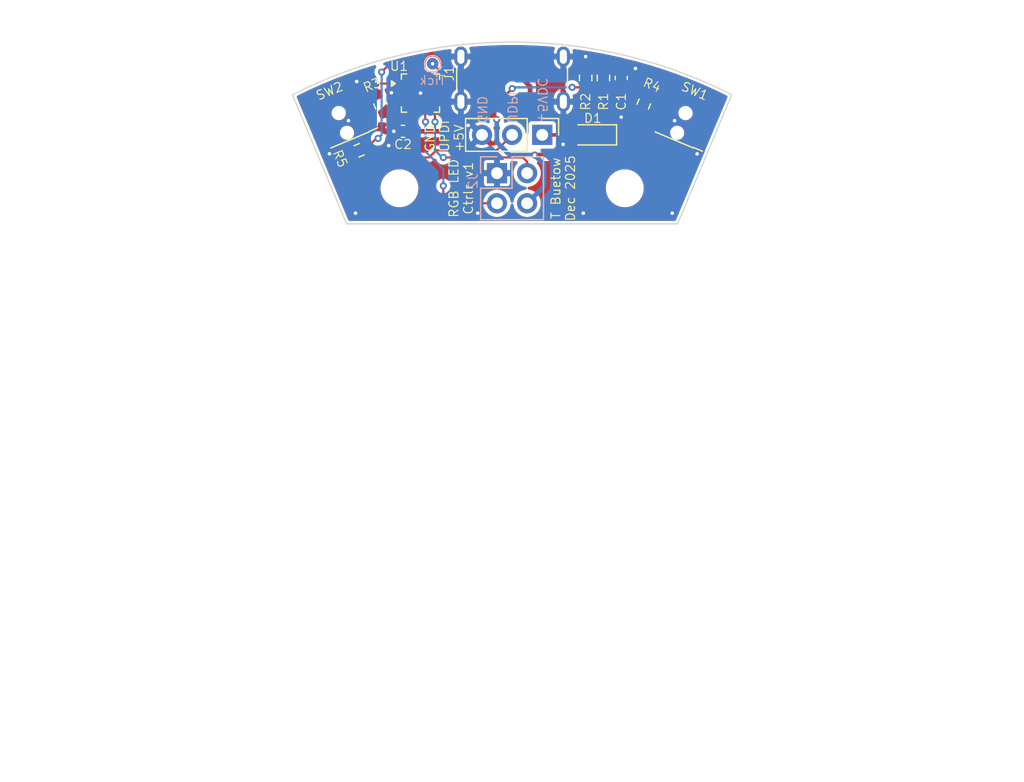
<source format=kicad_pcb>
(kicad_pcb (version 20241229) (generator "pcbnew") (generator_version "9.0")
  (layers (0 "F.Cu" signal) (2 "B.Cu" signal) (13 "F.Paste" user) (15 "B.Paste" user) (5 "F.SilkS" user "F.Silkscreen") (7 "B.SilkS" user "B.Silkscreen") (1 "F.Mask" user) (3 "B.Mask" user) (25 "Edge.Cuts" user))
  (net 0 "")
  (net 1 "GND")
  (net 2 "VBUS")
  (net 3 "Net-(J1-CC1)")
  (net 4 "Net-(J1-CC2)")
  (net 5 "Net-(D1-A)")
  (net 6 "/UPDI")
  (net 7 "/mode")
  (net 8 "/brightness")
  (net 9 "/DATA")
  (net 10 "/CLK")
  (net 11 "Net-(U1-~{RESET}{slash}PA0)")
  (net 12 "Net-(U1-PC0)")
  (footprint "Button_Switch_SMD:SW_SPST_EVQP7C" (layer "F.Cu") (at 164.26705 65.995216 157.239)
    (property "Reference" "SW1" (at -0.001977 2.923655 337.239) (layer "F.SilkS") (effects (font (size 0.762 0.762) (thickness 0.09525))))
    (property "Value" "Brightness")
    (fp_line (start -1.75 -1.549998) (end 1.75 -1.55) (stroke (width 0.12)) (layer "F.SilkS"))
    (fp_line (start -1.75 -1.549998) (end -1.75 -1.51) (stroke (width 0.12)) (layer "F.SilkS"))
    (fp_line (start -2.55 -1.51) (end -1.75 -1.51) (stroke (width 0.12)) (layer "F.SilkS"))
    (pad "" np_thru_hole circle (at 0 -0.9 157.239) (size 0.7 0.7) (drill 0.7) (layers "*.Cu" "*.Mask"))
    (pad "" np_thru_hole circle (at 0 0.9 157.239) (size 0.7 0.7) (drill 0.7) (layers "*.Cu" "*.Mask"))
    (pad "1" smd roundrect (at -1.8 -0.719999 157.239) (size 1.4 1.05) (layers "F.Cu" "F.Mask" "F.Paste") (roundrect_rratio 0.2380952381) (net 1 "GND"))
    (pad "1" smd roundrect (at 1.8 -0.72 157.239) (size 1.4 1.05) (layers "F.Cu" "F.Mask" "F.Paste") (roundrect_rratio 0.2380952381) (net 1 "GND"))
    (pad "2" smd roundrect (at -1.8 0.72 157.239) (size 1.4 1.05) (layers "F.Cu" "F.Mask" "F.Paste") (roundrect_rratio 0.2380952381) (net 8 "/brightness"))
    (pad "2" smd roundrect (at 1.8 0.719999 157.239) (size 1.4 1.05) (layers "F.Cu" "F.Mask" "F.Paste") (roundrect_rratio 0.2380952381) (net 8 "/brightness"))
  )
  (footprint "Diode_SMD:D_SOD-323_HandSoldering" (layer "F.Cu") (at 156.8 67 180)
    (property "Reference" "D1" (at 0 1.4 180) (layer "F.SilkS") (effects (font (size 0.762 0.762) (thickness 0.09525))))
    (property "Value" "B5819WS-TP")
    (fp_line (start -2.01 0.85) (end 1.25 0.85) (stroke (width 0.12)) (layer "F.SilkS"))
    (fp_line (start -2.01 -0.85) (end 1.25 -0.85) (stroke (width 0.12)) (layer "F.SilkS"))
    (fp_line (start -2.01 -0.85) (end -2.01 0.85) (stroke (width 0.12)) (layer "F.SilkS"))
    (pad "1" smd roundrect (at -1.25 0 180) (size 1 1) (layers "F.Cu" "F.Mask" "F.Paste") (net 2 "VBUS"))
    (pad "2" smd roundrect (at 1.25 0 180) (size 1 1) (layers "F.Cu" "F.Mask" "F.Paste") (net 5 "Net-(D1-A)"))
  )
  (footprint "Connector_USB:USB_C_Receptacle_GCT_USB4125-xx-x_6P_TopMnt_Horizontal" (layer "F.Cu") (at 150 61.2 180)
    (property "Reference" "J1" (at 5.3 -0.625 90) (layer "F.SilkS") (effects (font (size 0.762 0.762) (thickness 0.09525))))
    (property "Value" "USB4125-GF-A")
    (fp_line (start 4.67 -0.25) (end 4.67 -1.95) (stroke (width 0.12)) (layer "F.SilkS"))
    (fp_line (start -4.67 -0.25) (end -4.67 -1.95) (stroke (width 0.12)) (layer "F.SilkS"))
    (pad "A5" smd roundrect (at -0.5 -3.08 180) (size 0.7 1.2) (layers "F.Cu" "F.Mask" "F.Paste") (net 3 "Net-(J1-CC1)"))
    (pad "A9" smd roundrect (at 1.52 -3.08) (size 0.76 1.2) (layers "F.Cu" "F.Mask" "F.Paste") (net 2 "VBUS"))
    (pad "A12" smd roundrect (at 2.75 -3.08) (size 0.8 1.2) (layers "F.Cu" "F.Mask" "F.Paste") (net 1 "GND"))
    (pad "B5" smd roundrect (at 0.5 -3.08) (size 0.7 1.2) (layers "F.Cu" "F.Mask" "F.Paste") (net 4 "Net-(J1-CC2)"))
    (pad "B9" smd roundrect (at -1.52 -3.08 180) (size 0.76 1.2) (layers "F.Cu" "F.Mask" "F.Paste") (net 2 "VBUS"))
    (pad "B12" smd roundrect (at -2.75 -3.08 180) (size 0.8 1.2) (layers "F.Cu" "F.Mask" "F.Paste") (net 1 "GND"))
    (pad "S1" thru_hole oval (at -4.32 -3 180) (size 1.1 1.7) (drill oval 0.6 1.2) (property pad_prop_heatsink) (layers "*.Cu" "*.Mask" "F.Paste") (net 1 "GND"))
    (pad "S1" thru_hole oval (at -4.32 0.8 180) (size 1.1 1.7) (drill oval 0.6 1.2) (property pad_prop_heatsink) (layers "*.Cu" "*.Mask" "F.Paste") (net 1 "GND"))
    (pad "S1" thru_hole oval (at 4.32 -3 180) (size 1.1 1.7) (drill oval 0.6 1.2) (property pad_prop_heatsink) (layers "*.Cu" "*.Mask" "F.Paste") (net 1 "GND"))
    (pad "S1" thru_hole oval (at 4.32 0.8 180) (size 1.1 1.7) (drill oval 0.6 1.2) (property pad_prop_heatsink) (layers "*.Cu" "*.Mask" "F.Paste") (net 1 "GND"))
  )
  (footprint "Package_DFN_QFN:VQFN-20-1EP_3x3mm_P0.4mm_EP1.7x1.7mm" (layer "F.Cu") (at 142.275 63.475)
    (property "Reference" "U1" (at -1.813 -2.261 0) (layer "F.SilkS") (effects (font (size 0.762 0.762) (thickness 0.09525))))
    (property "Value" "ATtiny1616-M")
    (fp_line (start -1.61 -1.61) (end -1.16 -1.61) (stroke (width 0.12)) (layer "F.SilkS"))
    (fp_line (start -1.61 -1.16) (end -1.61 -1.61) (stroke (width 0.12)) (layer "F.SilkS"))
    (fp_line (start -1.61 1.61) (end -1.61 1.16) (stroke (width 0.12)) (layer "F.SilkS"))
    (fp_line (start -1.16 1.61) (end -1.61 1.61) (stroke (width 0.12)) (layer "F.SilkS"))
    (fp_line (start 1.16 -1.61) (end 1.61 -1.61) (stroke (width 0.12)) (layer "F.SilkS"))
    (fp_line (start 1.61 -1.61) (end 1.61 -1.16) (stroke (width 0.12)) (layer "F.SilkS"))
    (fp_line (start 1.61 1.16) (end 1.61 1.61) (stroke (width 0.12)) (layer "F.SilkS"))
    (fp_line (start 1.61 1.61) (end 1.16 1.61) (stroke (width 0.12)) (layer "F.SilkS"))
    (fp_poly (pts (xy -2.12 -0.8) (xy -2.45 -0.56) (xy -2.45 -1.04)) (stroke (width 0.12)) (fill yes) (layer "F.SilkS"))
    (pad "1" smd custom (at -1.45 -0.8) (size 0.143431 0.143431) (layers "F.Cu" "F.Mask" "F.Paste") (net 7 "/mode") (options (clearance outline) (anchor circle)) (primitives (gr_poly (pts (xy -0.35 -0.05) (xy 0.299289 -0.05) (xy 0.35 0.000711) (xy 0.35 0.05) (xy -0.35 0.05)) (width 0.1) (fill yes))))
    (pad "2" smd roundrect (at -1.45 -0.4) (size 0.8 0.2) (layers "F.Cu" "F.Mask" "F.Paste"))
    (pad "3" smd roundrect (at -1.45 0) (size 0.8 0.2) (layers "F.Cu" "F.Mask" "F.Paste") (net 1 "GND"))
    (pad "4" smd roundrect (at -1.45 0.4) (size 0.8 0.2) (layers "F.Cu" "F.Mask" "F.Paste") (net 2 "VBUS"))
    (pad "5" smd custom (at -1.45 0.8) (size 0.143431 0.143431) (layers "F.Cu" "F.Mask" "F.Paste") (options (clearance outline) (anchor circle)) (primitives (gr_poly (pts (xy -0.35 -0.05) (xy 0.35 -0.05) (xy 0.35 -0.000711) (xy 0.299289 0.05) (xy -0.35 0.05)) (width 0.1) (fill yes))))
    (pad "6" smd custom (at -0.8 1.45) (size 0.143431 0.143431) (layers "F.Cu" "F.Mask" "F.Paste") (options (clearance outline) (anchor circle)) (primitives (gr_poly (pts (xy -0.05 -0.299289) (xy 0.000711 -0.35) (xy 0.05 -0.35) (xy 0.05 0.35) (xy -0.05 0.35)) (width 0.1) (fill yes))))
    (pad "7" smd roundrect (at -0.4 1.45) (size 0.2 0.8) (layers "F.Cu" "F.Mask" "F.Paste"))
    (pad "8" smd roundrect (at 0 1.45) (size 0.2 0.8) (layers "F.Cu" "F.Mask" "F.Paste"))
    (pad "9" smd roundrect (at 0.4 1.45) (size 0.2 0.8) (layers "F.Cu" "F.Mask" "F.Paste") (net 10 "/CLK"))
    (pad "10" smd custom (at 0.8 1.45) (size 0.143431 0.143431) (layers "F.Cu" "F.Mask" "F.Paste") (net 9 "/DATA") (options (clearance outline) (anchor circle)) (primitives (gr_poly (pts (xy -0.05 -0.35) (xy -0.000711 -0.35) (xy 0.05 -0.299289) (xy 0.05 0.35) (xy -0.05 0.35)) (width 0.1) (fill yes))))
    (pad "11" smd custom (at 1.45 0.8) (size 0.143431 0.143431) (layers "F.Cu" "F.Mask" "F.Paste") (options (clearance outline) (anchor circle)) (primitives (gr_poly (pts (xy -0.35 -0.05) (xy 0.35 -0.05) (xy 0.35 0.05) (xy -0.299289 0.05) (xy -0.35 -0.000711)) (width 0.1) (fill yes))))
    (pad "12" smd roundrect (at 1.45 0.4) (size 0.8 0.2) (layers "F.Cu" "F.Mask" "F.Paste"))
    (pad "13" smd roundrect (at 1.45 0) (size 0.8 0.2) (layers "F.Cu" "F.Mask" "F.Paste"))
    (pad "14" smd roundrect (at 1.45 -0.4) (size 0.8 0.2) (layers "F.Cu" "F.Mask" "F.Paste") (net 8 "/brightness"))
    (pad "15" smd custom (at 1.45 -0.8) (size 0.143431 0.143431) (layers "F.Cu" "F.Mask" "F.Paste") (net 12 "Net-(U1-PC0)") (options (clearance outline) (anchor circle)) (primitives (gr_poly (pts (xy -0.35 0.000711) (xy -0.299289 -0.05) (xy 0.35 -0.05) (xy 0.35 0.05) (xy -0.35 0.05)) (width 0.1) (fill yes))))
    (pad "16" smd custom (at 0.8 -1.45) (size 0.143431 0.143431) (layers "F.Cu" "F.Mask" "F.Paste") (options (clearance outline) (anchor circle)) (primitives (gr_poly (pts (xy -0.05 -0.35) (xy 0.05 -0.35) (xy 0.05 0.299289) (xy -0.000711 0.35) (xy -0.05 0.35)) (width 0.1) (fill yes))))
    (pad "17" smd roundrect (at 0.4 -1.45) (size 0.2 0.8) (layers "F.Cu" "F.Mask" "F.Paste"))
    (pad "18" smd roundrect (at 0 -1.45) (size 0.2 0.8) (layers "F.Cu" "F.Mask" "F.Paste"))
    (pad "19" smd roundrect (at -0.4 -1.45) (size 0.2 0.8) (layers "F.Cu" "F.Mask" "F.Paste") (net 11 "Net-(U1-~{RESET}{slash}PA0)"))
    (pad "20" smd custom (at -0.8 -1.45) (size 0.143431 0.143431) (layers "F.Cu" "F.Mask" "F.Paste") (options (clearance outline) (anchor circle)) (primitives (gr_poly (pts (xy -0.05 -0.35) (xy 0.05 -0.35) (xy 0.05 0.35) (xy 0.000711 0.35) (xy -0.05 0.299289)) (width 0.1) (fill yes))))
    (pad "21" smd rect (at 0 0) (size 1.7 1.7) (property pad_prop_heatsink) (layers "F.Cu" "F.Mask") (net 1 "GND"))
  )
  (footprint "MountingHole:MountingHole_2.7mm_M2.5" (layer "F.Cu") (at 140.5 71.5)
    (property "Reference" "REF**" (hide yes))
    (property "Value" "MountingHole_2.7mm_M2.5")
    (pad "" np_thru_hole circle (at 0 0) (size 2.7 2.7) (drill 2.7) (layers "*.Cu" "*.Mask"))
  )
  (footprint "MountingHole:MountingHole_2.7mm_M2.5" (layer "F.Cu") (at 159.5 71.5)
    (property "Reference" "REF**" (hide yes))
    (property "Value" "MountingHole_2.7mm_M2.5")
    (pad "" np_thru_hole circle (at 0 0) (size 2.7 2.7) (drill 2.7) (layers "*.Cu" "*.Mask"))
  )
  (footprint "Resistor_SMD:R_0603_1608Metric" (layer "F.Cu") (at 157.7 62.2 90)
    (property "Reference" "R1" (at -2 0 90) (layer "F.SilkS") (effects (font (size 0.762 0.762) (thickness 0.09525))))
    (property "Value" "5.1k")
    (fp_line (start -0.237258 -0.5225) (end 0.237258 -0.5225) (stroke (width 0.12)) (layer "F.SilkS"))
    (fp_line (start -0.237258 0.5225) (end 0.237258 0.5225) (stroke (width 0.12)) (layer "F.SilkS"))
    (pad "1" smd roundrect (at -0.825 0 90) (size 0.8 0.95) (layers "F.Cu" "F.Mask" "F.Paste") (net 3 "Net-(J1-CC1)"))
    (pad "2" smd roundrect (at 0.825 0 90) (size 0.8 0.95) (layers "F.Cu" "F.Mask" "F.Paste") (net 1 "GND"))
  )
  (footprint "Button_Switch_SMD:SW_SPST_EVQP7C" (layer "F.Cu") (at 135.73295 65.995216 -157.239)
    (property "Reference" "SW2" (at 0.001977 2.923655 202.761) (layer "F.SilkS") (effects (font (size 0.762 0.762) (thickness 0.09525))))
    (property "Value" "Mode")
    (fp_line (start -1.75 -1.55) (end 1.75 -1.55) (stroke (width 0.12)) (layer "F.SilkS"))
    (fp_line (start -1.75 -1.55) (end -1.75 -1.51) (stroke (width 0.12)) (layer "F.SilkS"))
    (fp_line (start -2.55 -1.51) (end -1.75 -1.51) (stroke (width 0.12)) (layer "F.SilkS"))
    (pad "" np_thru_hole circle (at 0 -0.9 202.761) (size 0.7 0.7) (drill 0.7) (layers "*.Cu" "*.Mask"))
    (pad "" np_thru_hole circle (at 0 0.9 202.761) (size 0.7 0.7) (drill 0.7) (layers "*.Cu" "*.Mask"))
    (pad "1" smd roundrect (at -1.8 -0.72 202.761) (size 1.4 1.05) (layers "F.Cu" "F.Mask" "F.Paste") (roundrect_rratio 0.2380952381) (net 1 "GND"))
    (pad "1" smd roundrect (at 1.8 -0.72 202.761) (size 1.4 1.05) (layers "F.Cu" "F.Mask" "F.Paste") (roundrect_rratio 0.2380952381) (net 1 "GND"))
    (pad "2" smd roundrect (at -1.8 0.72 202.761) (size 1.4 1.05) (layers "F.Cu" "F.Mask" "F.Paste") (roundrect_rratio 0.2380952381) (net 7 "/mode"))
    (pad "2" smd roundrect (at 1.8 0.72 202.761) (size 1.4 1.05) (layers "F.Cu" "F.Mask" "F.Paste") (roundrect_rratio 0.2380952381) (net 7 "/mode"))
  )
  (footprint "Resistor_SMD:R_0603_1608Metric" (layer "F.Cu") (at 137.1 68.3 -157.239)
    (property "Reference" "R5" (at 1.746224 -0.026468 292.761) (layer "F.SilkS") (effects (font (size 0.762 0.762) (thickness 0.09525))))
    (property "Value" "1k")
    (fp_line (start -0.237258 0.5225) (end 0.237258 0.5225) (stroke (width 0.12)) (layer "F.SilkS"))
    (fp_line (start -0.237258 -0.5225) (end 0.237258 -0.5225) (stroke (width 0.12)) (layer "F.SilkS"))
    (pad "1" smd roundrect (at -0.825001 0 202.761) (size 0.8 0.95) (layers "F.Cu" "F.Mask" "F.Paste") (net 11 "Net-(U1-~{RESET}{slash}PA0)"))
    (pad "2" smd roundrect (at 0.825001 0 202.761) (size 0.8 0.95) (layers "F.Cu" "F.Mask" "F.Paste") (net 6 "/UPDI"))
  )
  (footprint "Resistor_SMD:R_0603_1608Metric" (layer "F.Cu") (at 138.9 64.4 112.761)
    (property "Reference" "R3" (at 1.746224 -0.026468 202.761) (layer "F.SilkS") (effects (font (size 0.762 0.762) (thickness 0.09525))))
    (property "Value" "10k")
    (fp_line (start -0.237258 -0.5225) (end 0.237258 -0.5225) (stroke (width 0.12)) (layer "F.SilkS"))
    (fp_line (start -0.237258 0.5225) (end 0.237258 0.5225) (stroke (width 0.12)) (layer "F.SilkS"))
    (pad "1" smd roundrect (at -0.825001 0 112.761) (size 0.8 0.95) (layers "F.Cu" "F.Mask" "F.Paste") (net 2 "VBUS"))
    (pad "2" smd roundrect (at 0.825001 0 112.761) (size 0.8 0.95) (layers "F.Cu" "F.Mask" "F.Paste") (net 7 "/mode"))
  )
  (footprint "Resistor_SMD:R_0603_1608Metric" (layer "F.Cu") (at 161.1 64.4 67.239)
    (property "Reference" "R4" (at 1.746224 0.026468 157.239) (layer "F.SilkS") (effects (font (size 0.762 0.762) (thickness 0.09525))))
    (property "Value" "10k")
    (fp_line (start -0.237258 -0.5225) (end 0.237258 -0.5225) (stroke (width 0.12)) (layer "F.SilkS"))
    (fp_line (start -0.237258 0.5225) (end 0.237258 0.5225) (stroke (width 0.12)) (layer "F.SilkS"))
    (pad "1" smd roundrect (at -0.825001 0 67.239) (size 0.8 0.95) (layers "F.Cu" "F.Mask" "F.Paste") (net 2 "VBUS"))
    (pad "2" smd roundrect (at 0.825001 0 67.239) (size 0.8 0.95) (layers "F.Cu" "F.Mask" "F.Paste") (net 8 "/brightness"))
  )
  (footprint "Resistor_SMD:R_0603_1608Metric" (layer "F.Cu") (at 156.2 62.2 90)
    (property "Reference" "R2" (at -2 0 90) (layer "F.SilkS") (effects (font (size 0.762 0.762) (thickness 0.09525))))
    (property "Value" "5.1k")
    (fp_line (start -0.237258 -0.5225) (end 0.237258 -0.5225) (stroke (width 0.12)) (layer "F.SilkS"))
    (fp_line (start -0.237258 0.5225) (end 0.237258 0.5225) (stroke (width 0.12)) (layer "F.SilkS"))
    (pad "1" smd roundrect (at -0.825 0 90) (size 0.8 0.95) (layers "F.Cu" "F.Mask" "F.Paste") (net 4 "Net-(J1-CC2)"))
    (pad "2" smd roundrect (at 0.825 0 90) (size 0.8 0.95) (layers "F.Cu" "F.Mask" "F.Paste") (net 1 "GND"))
  )
  (footprint "Connector_PinHeader_2.54mm:PinHeader_1x03_P2.54mm_Vertical" (layer "F.Cu") (at 152.54 67 -90)
    (property "Reference" "J3" (hide yes))
    (property "Value" "Conn_01x03_Pin")
    (fp_line (start -1.38 6.46) (end 1.38 6.46) (stroke (width 0.12)) (layer "F.SilkS"))
    (fp_line (start -1.38 1.27) (end -1.38 6.46) (stroke (width 0.12)) (layer "F.SilkS"))
    (fp_line (start -1.38 1.27) (end 1.38 1.27) (stroke (width 0.12)) (layer "F.SilkS"))
    (fp_line (start 1.38 1.27) (end 1.38 6.46) (stroke (width 0.12)) (layer "F.SilkS"))
    (fp_line (start -1.38 0) (end -1.38 -1.38) (stroke (width 0.12)) (layer "F.SilkS"))
    (fp_line (start -1.38 -1.38) (end 0 -1.38) (stroke (width 0.12)) (layer "F.SilkS"))
    (pad "1" thru_hole rect (at 0 0 270) (size 1.7 1.7) (drill 1) (layers "*.Cu" "*.Mask") (net 5 "Net-(D1-A)"))
    (pad "2" thru_hole circle (at 0 2.54 270) (size 1.7 1.7) (drill 1) (layers "*.Cu" "*.Mask") (net 6 "/UPDI"))
    (pad "3" thru_hole circle (at 0 5.08 270) (size 1.7 1.7) (drill 1) (layers "*.Cu" "*.Mask") (net 1 "GND"))
  )
  (footprint "Capacitor_SMD:C_0603_1608Metric" (layer "F.Cu") (at 140.8 66.7 180)
    (property "Reference" "C2" (at 0 -1.1 0) (layer "F.SilkS") (effects (font (size 0.762 0.762) (thickness 0.09525))))
    (property "Value" ".1u")
    (fp_line (start -0.14058 0.51) (end 0.14058 0.51) (stroke (width 0.12)) (layer "F.SilkS"))
    (fp_line (start -0.14058 -0.51) (end 0.14058 -0.51) (stroke (width 0.12)) (layer "F.SilkS"))
    (pad "1" smd roundrect (at -0.775 0 180) (size 0.9 0.95) (layers "F.Cu" "F.Mask" "F.Paste") (net 2 "VBUS"))
    (pad "2" smd roundrect (at 0.775 0 180) (size 0.9 0.95) (layers "F.Cu" "F.Mask" "F.Paste") (net 1 "GND"))
  )
  (footprint "Capacitor_SMD:C_0603_1608Metric" (layer "F.Cu") (at 159.2 62.2 90)
    (property "Reference" "C1" (at -2 0 90) (layer "F.SilkS") (effects (font (size 0.762 0.762) (thickness 0.09525))))
    (property "Value" "1u")
    (fp_line (start -0.14058 -0.51) (end 0.14058 -0.51) (stroke (width 0.12)) (layer "F.SilkS"))
    (fp_line (start -0.14058 0.51) (end 0.14058 0.51) (stroke (width 0.12)) (layer "F.SilkS"))
    (pad "1" smd roundrect (at -0.775 0 90) (size 0.9 0.95) (layers "F.Cu" "F.Mask" "F.Paste") (net 2 "VBUS"))
    (pad "2" smd roundrect (at 0.775 0 90) (size 0.9 0.95) (layers "F.Cu" "F.Mask" "F.Paste") (net 1 "GND"))
  )
  (footprint "Connector_PinHeader_2.54mm:PinHeader_2x02_P2.54mm_Vertical" (layer "B.Cu") (at 148.725 70.225 -90)
    (property "Reference" "J2" (at 0.675 2.025 90) (layer "B.SilkS") (effects (font (size 0.762 0.762) (thickness 0.09525)) (justify mirror)))
    (property "Value" "PRPC040DAAN-RC")
    (fp_line (start -1.38 1.38) (end 0 1.38) (stroke (width 0.12)) (layer "B.SilkS"))
    (fp_line (start 1.27 1.38) (end 3.92 1.38) (stroke (width 0.12)) (layer "B.SilkS"))
    (fp_line (start 3.92 1.38) (end 3.92 -3.92) (stroke (width 0.12)) (layer "B.SilkS"))
    (fp_line (start -1.38 0) (end -1.38 1.38) (stroke (width 0.12)) (layer "B.SilkS"))
    (fp_line (start -1.38 -1.27) (end 1.27 -1.27) (stroke (width 0.12)) (layer "B.SilkS"))
    (fp_line (start -1.38 -1.27) (end -1.38 -3.92) (stroke (width 0.12)) (layer "B.SilkS"))
    (fp_line (start 1.27 -1.27) (end 1.27 1.38) (stroke (width 0.12)) (layer "B.SilkS"))
    (fp_line (start -1.38 -3.92) (end 3.92 -3.92) (stroke (width 0.12)) (layer "B.SilkS"))
    (pad "1" thru_hole rect (at 0 0 270) (size 1.7 1.7) (drill 1) (layers "*.Cu" "*.Mask") (net 1 "GND"))
    (pad "2" thru_hole circle (at 2.54 0 270) (size 1.7 1.7) (drill 1) (layers "*.Cu" "*.Mask") (net 10 "/CLK"))
    (pad "3" thru_hole circle (at 0 -2.54 270) (size 1.7 1.7) (drill 1) (layers "*.Cu" "*.Mask") (net 9 "/DATA"))
    (pad "4" thru_hole circle (at 2.54 -2.54 270) (size 1.7 1.7) (drill 1) (layers "*.Cu" "*.Mask") (net 2 "VBUS"))
  )
  (footprint "TestPoint:TestPoint_Pad_D1.0mm" (layer "B.Cu") (at 143.3 61)
    (property "Reference" "TP1" (hide yes))
    (property "Value" "Tick")
    (fp_circle (center 0 0) (end 0 -0.7) (stroke (width 0.12)) (fill no) (layer "B.SilkS"))
    (pad "1" smd circle (at 0 0) (size 1 1) (layers "B.Cu" "B.Mask") (net 12 "Net-(U1-PC0)"))
  )
  (gr_line (start 136.04787 74.500002) (end 163.952131 74.5) (stroke (width 0.1)) (layer "Edge.Cuts"))
  (gr_line (start 163.95213 74.5) (end 168.518935 63.615255) (stroke (width 0.1)) (layer "Edge.Cuts"))
  (gr_arc (start 131.481065 63.615255) (mid 150 59.17353) (end 168.518935 63.615255) (stroke (width 0.1)) (layer "Edge.Cuts"))
  (gr_line (start 131.481065 63.615255) (end 136.04787 74.5) (stroke (width 0.1)) (layer "Edge.Cuts"))
  (gr_text "GND\nUPDI\n+5V" (at 144.3 68.5 90) (layer "F.SilkS") (effects (font (size 0.762 0.762) (thickness 0.09525)) (justify left)))
  (gr_text "RGB LED\nCtrlr v1" (at 145.7 71.5 90) (layer "F.SilkS") (effects (font (size 0.762 0.762) (thickness 0.09525))))
  (gr_text "T Buetow\nDec 2025" (at 154.3 71.5 90) (layer "F.SilkS") (effects (font (size 0.762 0.762) (thickness 0.09525))))
  (gr_text "+5VDC" (at 152.54 66.1 270) (layer "B.SilkS") (effects (font (size 0.762 0.762) (thickness 0.09525)) (justify left mirror)))
  (gr_text "UDPI" (at 150 66.1 270) (layer "B.SilkS") (effects (font (size 0.762 0.762) (thickness 0.09525)) (justify left mirror)))
  (gr_text "GND" (at 147.46 66.1 270) (layer "B.SilkS") (effects (font (size 0.762 0.762) (thickness 0.09525)) (justify left mirror)))
  (gr_text "Tick" (at 143.3 62.4 0) (layer "B.SilkS") (effects (font (size 0.762 0.762) (thickness 0.09525)) (justify mirror)))
  (segment (start 139.825 63.475) (end 140.825 63.475) (width 0.18) (layer "F.Cu") (net 1))
  (segment (start 139.821176 63.471176) (end 139.825 63.475) (width 0.18) (layer "F.Cu") (net 1))
  (segment (start 139.821176 63.44696) (end 139.821176 63.471176) (width 0.18) (layer "F.Cu") (net 1))
  (segment (start 140.825 63.475) (end 142.275 63.475) (width 0.18) (layer "F.Cu") (net 1))
  (via (at 160.4 61.4) (size 0.6) (drill 0.3) (layers "F.Cu" "B.Cu") (net 1))
  (via (at 140.025 66.7) (size 0.6) (drill 0.3) (layers "F.Cu" "B.Cu") (net 1))
  (via (at 165.6 68.6) (size 0.6) (drill 0.3) (layers "F.Cu" "B.Cu") (net 1))
  (via (at 156.2 60.4) (size 0.6) (drill 0.3) (layers "F.Cu" "B.Cu") (net 1))
  (via (at 147.1 73.6) (size 0.6) (drill 0.3) (layers "F.Cu" "B.Cu") (net 1))
  (via (at 134.6 68.6) (size 0.6) (drill 0.3) (layers "F.Cu" "B.Cu") (net 1))
  (via (at 163.7 65.8) (size 0.6) (drill 0.3) (layers "F.Cu" "B.Cu") (net 1))
  (via (at 159.2 65.5) (size 0.6) (drill 0.3) (layers "F.Cu" "B.Cu") (net 1))
  (via (at 136.9 62.5) (size 0.6) (drill 0.3) (layers "F.Cu" "B.Cu") (net 1))
  (via (at 163.5 73.6) (size 0.6) (drill 0.3) (layers "F.Cu" "B.Cu") (net 1))
  (via (at 142.275 63.475) (size 0.6) (drill 0.3) (layers "F.Cu" "B.Cu") (net 1))
  (via (at 136.2 65.8) (size 0.6) (drill 0.3) (layers "F.Cu" "B.Cu") (net 1))
  (via (at 136.8 73.6) (size 0.6) (drill 0.3) (layers "F.Cu" "B.Cu") (net 1))
  (via (at 146.3 66.2) (size 0.6) (drill 0.3) (layers "F.Cu" "B.Cu") (net 1))
  (via (at 139.6 67.9) (size 0.6) (drill 0.3) (layers "F.Cu" "B.Cu") (net 1))
  (via (at 154.3 67.8) (size 0.6) (drill 0.3) (layers "F.Cu" "B.Cu") (net 1))
  (via (at 139.821176 63.44696) (size 0.6) (drill 0.3) (layers "F.Cu" "B.Cu") (net 1))
  (via (at 156 73.6) (size 0.6) (drill 0.3) (layers "F.Cu" "B.Cu") (net 1))
  (segment (start 148.114 65.5) (end 148.48 65.134) (width 0.4) (layer "F.Cu") (net 2))
  (segment (start 149.255 62.2) (end 148.48 62.975) (width 0.4) (layer "F.Cu") (net 2))
  (segment (start 151.52 64.28) (end 151.52 62.92) (width 0.4) (layer "F.Cu") (net 2))
  (segment (start 158.05 67) (end 158.941572 67) (width 0.3) (layer "F.Cu") (net 2))
  (segment (start 150.8 62.2) (end 149.255 62.2) (width 0.4) (layer "F.Cu") (net 2))
  (segment (start 140.044801 64.091) (end 139.909 64.091) (width 0.3) (layer "F.Cu") (net 2))
  (segment (start 159.2 62.975) (end 159.2 63.579938) (width 0.3) (layer "F.Cu") (net 2))
  (segment (start 144.4 66.7) (end 145.6 65.5) (width 0.4) (layer "F.Cu") (net 2))
  (segment (start 141.575 66.7) (end 144.4 66.7) (width 0.4) (layer "F.Cu") (net 2))
  (segment (start 139.219183 64.780817) (end 139.219183 65.160755) (width 0.18) (layer "F.Cu") (net 2))
  (segment (start 156.35 68.7) (end 151.9 68.7) (width 0.4) (layer "F.Cu") (net 2))
  (segment (start 159.2 63.579938) (end 160.780817 65.160755) (width 0.3) (layer "F.Cu") (net 2))
  (segment (start 148.48 65.134) (end 148.48 65.48) (width 0.4) (layer "F.Cu") (net 2))
  (segment (start 139.717428 65.659) (end 139.219183 65.160755) (width 0.4) (layer "F.Cu") (net 2))
  (segment (start 148.48 62.975) (end 148.48 64.28) (width 0.4) (layer "F.Cu") (net 2))
  (segment (start 148.48 65.48) (end 148.7 65.7) (width 0.4) (layer "F.Cu") (net 2))
  (segment (start 148.48 65.134) (end 148.48 64.28) (width 0.4) (layer "F.Cu") (net 2))
  (segment (start 139.909 64.091) (end 139.219183 64.780817) (width 0.3) (layer "F.Cu") (net 2))
  (segment (start 140.534 65.659) (end 139.717428 65.659) (width 0.4) (layer "F.Cu") (net 2))
  (segment (start 151.52 62.92) (end 150.8 62.2) (width 0.4) (layer "F.Cu") (net 2))
  (segment (start 140.260801 63.875) (end 140.044801 64.091) (width 0.18) (layer "F.Cu") (net 2))
  (segment (start 140.825 63.875) (end 140.260801 63.875) (width 0.18) (layer "F.Cu") (net 2))
  (segment (start 158.05 67) (end 156.35 68.7) (width 0.4) (layer "F.Cu") (net 2))
  (segment (start 141.575 66.7) (end 140.534 65.659) (width 0.4) (layer "F.Cu") (net 2))
  (segment (start 158.941572 67) (end 160.780817 65.160755) (width 0.3) (layer "F.Cu") (net 2))
  (segment (start 145.6 65.5) (end 148.114 65.5) (width 0.4) (layer "F.Cu") (net 2))
  (via (at 148.7 65.7) (size 0.6) (drill 0.3) (layers "F.Cu" "B.Cu") (net 2))
  (via (at 151.9 68.7) (size 0.6) (drill 0.3) (layers "F.Cu" "B.Cu") (net 2))
  (segment (start 149.8 68.7) (end 151.9 68.7) (width 0.4) (layer "B.Cu") (net 2))
  (segment (start 148.711 65.711) (end 148.711 67.611) (width 0.4) (layer "B.Cu") (net 2))
  (segment (start 152.201 69.001) (end 152.7 69.5) (width 0.4) (layer "B.Cu") (net 2))
  (segment (start 148.7 65.7) (end 148.711 65.711) (width 0.4) (layer "B.Cu") (net 2))
  (segment (start 148.711 67.611) (end 149.8 68.7) (width 0.4) (layer "B.Cu") (net 2))
  (segment (start 152.7 71.33) (end 151.265 72.765) (width 0.4) (layer "B.Cu") (net 2))
  (segment (start 151.9 68.7) (end 152.201 69.001) (width 0.4) (layer "B.Cu") (net 2))
  (segment (start 152.7 69.5) (end 152.7 71.33) (width 0.4) (layer "B.Cu") (net 2))
  (segment (start 150.5 64.88) (end 150.9726 65.3526) (width 0.2) (layer "F.Cu") (net 3))
  (segment (start 157.7 63.915) (end 157.7 63.025) (width 0.2) (layer "F.Cu") (net 3))
  (segment (start 156.2624 65.3526) (end 157.7 63.915) (width 0.2) (layer "F.Cu") (net 3))
  (segment (start 150.9726 65.3526) (end 156.2624 65.3526) (width 0.2) (layer "F.Cu") (net 3))
  (segment (start 150.5 64.28) (end 150.5 64.88) (width 0.2) (layer "F.Cu") (net 3))
  (segment (start 149.5 63.606) (end 149.5 64.28) (width 0.2) (layer "F.Cu") (net 4))
  (segment (start 155.067 62.992) (end 156.167 62.992) (width 0.2) (layer "F.Cu") (net 4))
  (segment (start 150.01 63.096) (end 149.5 63.606) (width 0.2) (layer "F.Cu") (net 4))
  (segment (start 156.167 62.992) (end 156.2 63.025) (width 0.2) (layer "F.Cu") (net 4))
  (via (at 155.067 62.992) (size 0.6) (drill 0.3) (layers "F.Cu" "B.Cu") (net 4))
  (via (at 150.01 63.096) (size 0.6) (drill 0.3) (layers "F.Cu" "B.Cu") (net 4))
  (segment (start 150.01 63.096) (end 150.114 62.992) (width 0.2) (layer "B.Cu") (net 4))
  (segment (start 150.114 62.992) (end 155.067 62.992) (width 0.2) (layer "B.Cu") (net 4))
  (segment (start 152.54 67) (end 155.55 67) (width 0.3048) (layer "F.Cu") (net 5))
  (segment (start 143.6 68.3) (end 143 68.9) (width 0.18) (layer "F.Cu") (net 6))
  (segment (start 148.7 68.3) (end 143.6 68.3) (width 0.18) (layer "F.Cu") (net 6))
  (segment (start 150 67) (end 148.7 68.3) (width 0.18) (layer "F.Cu") (net 6))
  (segment (start 137.220062 68.9) (end 136.939245 68.619183) (width 0.18) (layer "F.Cu") (net 6))
  (segment (start 143 68.9) (end 137.220062 68.9) (width 0.18) (layer "F.Cu") (net 6))
  (segment (start 136.939245 68.619183) (end 136.339245 68.619183) (width 0.18) (layer "F.Cu") (net 6))
  (segment (start 137.760755 63.639245) (end 138.580817 63.639245) (width 0.18) (layer "F.Cu") (net 7))
  (segment (start 138.580817 62.919183) (end 138.825 62.675) (width 0.18) (layer "F.Cu") (net 7))
  (segment (start 135.160755 63.639245) (end 138.580817 63.639245) (width 0.18) (layer "F.Cu") (net 7))
  (segment (start 137.6 64.149105) (end 137.6 63.8) (width 0.18) (layer "F.Cu") (net 7))
  (segment (start 133.794563 66.027683) (end 133.794563 65.005437) (width 0.18) (layer "F.Cu") (net 7))
  (segment (start 138.580817 63.639245) (end 138.580817 62.919183) (width 0.18) (layer "F.Cu") (net 7))
  (segment (start 137.114219 64.634886) (end 137.6 64.149105) (width 0.18) (layer "F.Cu") (net 7))
  (segment (start 133.794563 65.005437) (end 135.160755 63.639245) (width 0.18) (layer "F.Cu") (net 7))
  (segment (start 137.6 63.8) (end 137.760755 63.639245) (width 0.18) (layer "F.Cu") (net 7))
  (segment (start 138.825 62.675) (end 140.825 62.675) (width 0.18) (layer "F.Cu") (net 7))
  (segment (start 166.205438 65.705438) (end 164.9 64.4) (width 0.18) (layer "F.Cu") (net 8))
  (segment (start 151.8 61.7) (end 148.5 61.7) (width 0.18) (layer "F.Cu") (net 8))
  (segment (start 161.419183 63.639245) (end 159.945938 62.166) (width 0.18) (layer "F.Cu") (net 8))
  (segment (start 144.820323 63.075) (end 143.725 63.075) (width 0.18) (layer "F.Cu") (net 8))
  (segment (start 152.266 62.166) (end 151.8 61.7) (width 0.18) (layer "F.Cu") (net 8))
  (segment (start 161.890139 63.639245) (end 161.419183 63.639245) (width 0.18) (layer "F.Cu") (net 8))
  (segment (start 162.885781 64.634887) (end 161.890139 63.639245) (width 0.18) (layer "F.Cu") (net 8))
  (segment (start 163.120668 64.4) (end 162.885781 64.634887) (width 0.18) (layer "F.Cu") (net 8))
  (segment (start 147.8 62.4) (end 145.495323 62.4) (width 0.18) (layer "F.Cu") (net 8))
  (segment (start 159.945938 62.166) (end 152.266 62.166) (width 0.18) (layer "F.Cu") (net 8))
  (segment (start 148.5 61.7) (end 147.8 62.4) (width 0.18) (layer "F.Cu") (net 8))
  (segment (start 164.9 64.4) (end 163.120668 64.4) (width 0.18) (layer "F.Cu") (net 8))
  (segment (start 166.205438 66.027683) (end 166.205438 65.705438) (width 0.18) (layer "F.Cu") (net 8))
  (segment (start 145.495323 62.4) (end 144.820323 63.075) (width 0.18) (layer "F.Cu") (net 8))
  (segment (start 151.265 69.265) (end 151.265 70.225) (width 0.18) (layer "F.Cu") (net 9))
  (segment (start 150.9 68.9) (end 151.265 69.265) (width 0.18) (layer "F.Cu") (net 9))
  (segment (start 143.075 64.925) (end 143.5 65.35) (width 0.18) (layer "F.Cu") (net 9))
  (segment (start 144.2 68.9) (end 150.9 68.9) (width 0.18) (layer "F.Cu") (net 9))
  (segment (start 143.5 65.35) (end 143.5 65.9) (width 0.18) (layer "F.Cu") (net 9))
  (via (at 144.2 68.9) (size 0.6) (drill 0.3) (layers "F.Cu" "B.Cu") (net 9))
  (via (at 143.5 65.9) (size 0.6) (drill 0.3) (layers "F.Cu" "B.Cu") (net 9))
  (segment (start 144.1 68.9) (end 143.5 68.3) (width 0.18) (layer "B.Cu") (net 9))
  (segment (start 143.5 68.3) (end 143.5 65.9) (width 0.18) (layer "B.Cu") (net 9))
  (segment (start 144.2 68.9) (end 144.1 68.9) (width 0.18) (layer "B.Cu") (net 9))
  (segment (start 142.675 64.925) (end 142.675 65.875) (width 0.18) (layer "F.Cu") (net 10))
  (segment (start 144.865 72.765) (end 148.725 72.765) (width 0.18) (layer "F.Cu") (net 10))
  (segment (start 144.2 71.3) (end 144.2 72.1) (width 0.18) (layer "F.Cu") (net 10))
  (segment (start 142.675 65.875) (end 142.7 65.9) (width 0.18) (layer "F.Cu") (net 10))
  (segment (start 144.2 72.1) (end 144.865 72.765) (width 0.18) (layer "F.Cu") (net 10))
  (via (at 144.2 71.3) (size 0.6) (drill 0.3) (layers "F.Cu" "B.Cu") (net 10))
  (via (at 142.7 65.9) (size 0.6) (drill 0.3) (layers "F.Cu" "B.Cu") (net 10))
  (segment (start 142.7 68.4) (end 143.6 69.3) (width 0.18) (layer "B.Cu") (net 10))
  (segment (start 142.7 65.9) (end 142.7 68.4) (width 0.18) (layer "B.Cu") (net 10))
  (segment (start 143.6 69.3) (end 144.2 69.9) (width 0.18) (layer "B.Cu") (net 10))
  (segment (start 144.2 69.9) (end 144.2 71.3) (width 0.18) (layer "B.Cu") (net 10))
  (segment (start 138.7 67.3) (end 138.541572 67.3) (width 0.18) (layer "F.Cu") (net 11))
  (segment (start 139 61.7) (end 139.5 61.2) (width 0.18) (layer "F.Cu") (net 11))
  (segment (start 141.75 61.2) (end 141.875 61.325) (width 0.18) (layer "F.Cu") (net 11))
  (segment (start 141.875 61.325) (end 141.875 62.025) (width 0.18) (layer "F.Cu") (net 11))
  (segment (start 138.541572 67.3) (end 137.860755 67.980817) (width 0.18) (layer "F.Cu") (net 11))
  (segment (start 139.5 61.2) (end 141.75 61.2) (width 0.18) (layer "F.Cu") (net 11))
  (via (at 138.7 67.3) (size 0.6) (drill 0.3) (layers "F.Cu" "B.Cu") (net 11))
  (via (at 139 61.7) (size 0.6) (drill 0.3) (layers "F.Cu" "B.Cu") (net 11))
  (segment (start 139 67) (end 139 61.7) (width 0.18) (layer "B.Cu") (net 11))
  (segment (start 138.7 67.3) (end 139 67) (width 0.18) (layer "B.Cu") (net 11))
  (segment (start 143.8 62.6) (end 143.8 61.5) (width 0.18) (layer "F.Cu") (net 12))
  (segment (start 143.725 62.675) (end 143.8 62.6) (width 0.18) (layer "F.Cu") (net 12))
  (segment (start 143.8 61.5) (end 143.3 61) (width 0.18) (layer "F.Cu") (net 12))
  (via (at 143.3 61) (size 0.6) (drill 0.3) (layers "F.Cu" "B.Cu") (net 12))
  (zone (net 1) (net_name "GND") (layers "F.Cu" "B.Cu") (connect_pads (clearance 0.3048)) (min_thickness 0.25) (fill yes (thermal_gap 0.254) (thermal_bridge_width 0.5))
    (polygon (pts (xy 163.952131 74.5) (xy 136.04787 74.500002) (xy 131.481065 63.615255) (xy 131.736966 63.485572) (xy 132.251919 63.232522) (xy 132.770377 62.986733) (xy 133.292238 62.748254) (xy 133.817399 62.517133) (xy 134.345756 62.293416) (xy 134.877205 62.077145) (xy 135.411641 61.868364) (xy 135.948958 61.667115) (xy 136.48905 61.473436) (xy 137.031811 61.287367) (xy 137.577133 61.108944) (xy 138.124908 60.938202) (xy 138.675029 60.775175) (xy 139.227387 60.619895) (xy 139.781872 60.472393) (xy 140.338376 60.332697) (xy 140.896788 60.200837) (xy 141.456997 60.076836) (xy 142.018894 59.960721) (xy 142.582368 59.852514) (xy 143.147306 59.752237) (xy 143.713598 59.659908) (xy 144.281131 59.575547) (xy 144.849794 59.49917) (xy 145.419474 59.430792) (xy 145.990059 59.370426) (xy 146.561436 59.318086) (xy 147.133491 59.27378) (xy 147.706113 59.237518) (xy 148.279189 59.209306) (xy 148.852604 59.189151) (xy 149.426245 59.177057) (xy 150 59.173025) (xy 150.573755 59.177057) (xy 151.147396 59.189151) (xy 151.720811 59.209306) (xy 152.293887 59.237518) (xy 152.866509 59.27378) (xy 153.438564 59.318086) (xy 154.009941 59.370426) (xy 154.580526 59.430792) (xy 155.150206 59.49917) (xy 155.718869 59.575547) (xy 156.286402 59.659908) (xy 156.852694 59.752237) (xy 157.417632 59.852514) (xy 157.981106 59.960721) (xy 158.543003 60.076836) (xy 159.103212 60.200837) (xy 159.661624 60.332697) (xy 160.218128 60.472393) (xy 160.772613 60.619895) (xy 161.324971 60.775175) (xy 161.875092 60.938202) (xy 162.422867 61.108944) (xy 162.968189 61.287367) (xy 163.51095 61.473436) (xy 164.051042 61.667115) (xy 164.588359 61.868364) (xy 165.122795 62.077145) (xy 165.654244 62.293416) (xy 166.182601 62.517133) (xy 166.707762 62.748254) (xy 167.229623 62.986733) (xy 167.748081 63.232522) (xy 168.263034 63.485572) (xy 168.518935 63.615255) (xy 163.95213 74.5)))
  )
)
</source>
